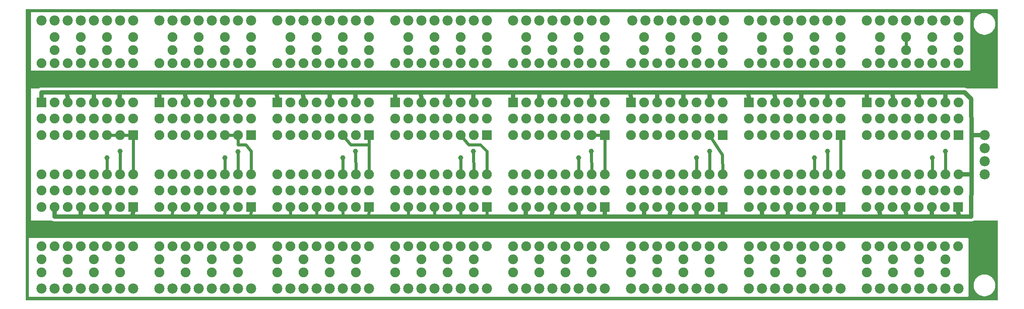
<source format=gtl>
G04 MADE WITH FRITZING*
G04 WWW.FRITZING.ORG*
G04 DOUBLE SIDED*
G04 HOLES PLATED*
G04 CONTOUR ON CENTER OF CONTOUR VECTOR*
%ASAXBY*%
%FSLAX23Y23*%
%MOIN*%
%OFA0B0*%
%SFA1.0B1.0*%
%ADD10C,0.075000*%
%ADD11C,0.039370*%
%ADD12C,0.078000*%
%ADD13R,0.075000X0.075000*%
%ADD14C,0.024000*%
%ADD15C,0.032000*%
%LNCOPPER1*%
G90*
G70*
G54D10*
X7315Y1996D03*
G54D11*
X5257Y1179D03*
X5157Y1129D03*
X6057Y1129D03*
X6157Y1179D03*
X7057Y1179D03*
X6957Y1129D03*
X4356Y1179D03*
X4257Y1129D03*
X757Y1179D03*
X657Y1129D03*
X3456Y1179D03*
X3357Y1129D03*
X1658Y1175D03*
X1557Y1129D03*
X2457Y1129D03*
X2556Y1179D03*
G54D12*
X4457Y2179D03*
X4357Y2179D03*
X4257Y2179D03*
X4157Y2179D03*
X4057Y2179D03*
X3957Y2179D03*
X3857Y2179D03*
X3757Y2179D03*
X5369Y2179D03*
X5269Y2179D03*
X5169Y2179D03*
X5069Y2179D03*
X4969Y2179D03*
X4869Y2179D03*
X4769Y2179D03*
X4669Y2179D03*
X6257Y2179D03*
X6157Y2179D03*
X6057Y2179D03*
X5957Y2179D03*
X5857Y2179D03*
X5757Y2179D03*
X5657Y2179D03*
X5557Y2179D03*
X7157Y2179D03*
X7057Y2179D03*
X6957Y2179D03*
X6857Y2179D03*
X6757Y2179D03*
X6657Y2179D03*
X6557Y2179D03*
X6457Y2179D03*
G54D10*
X857Y1304D03*
X857Y1004D03*
X757Y1304D03*
X757Y1004D03*
X657Y1304D03*
X657Y1004D03*
X557Y1304D03*
X557Y1004D03*
X457Y1304D03*
X457Y1004D03*
X357Y1304D03*
X357Y1004D03*
X257Y1304D03*
X257Y1004D03*
X157Y1304D03*
X157Y1004D03*
X1757Y1304D03*
X1757Y1004D03*
X1657Y1304D03*
X1657Y1004D03*
X1557Y1304D03*
X1557Y1004D03*
X1457Y1304D03*
X1457Y1004D03*
X1357Y1304D03*
X1357Y1004D03*
X1257Y1304D03*
X1257Y1004D03*
X1157Y1304D03*
X1157Y1004D03*
X1057Y1304D03*
X1057Y1004D03*
X2657Y1304D03*
X2657Y1004D03*
X2557Y1304D03*
X2557Y1004D03*
X2457Y1304D03*
X2457Y1004D03*
X2357Y1304D03*
X2357Y1004D03*
X2257Y1304D03*
X2257Y1004D03*
X2157Y1304D03*
X2157Y1004D03*
X2057Y1304D03*
X2057Y1004D03*
X1957Y1304D03*
X1957Y1004D03*
X3557Y1304D03*
X3557Y1004D03*
X3457Y1304D03*
X3457Y1004D03*
X3357Y1304D03*
X3357Y1004D03*
X3257Y1304D03*
X3257Y1004D03*
X3157Y1304D03*
X3157Y1004D03*
X3057Y1304D03*
X3057Y1004D03*
X2957Y1304D03*
X2957Y1004D03*
X2857Y1304D03*
X2857Y1004D03*
X4457Y1304D03*
X4457Y1004D03*
X4357Y1304D03*
X4357Y1004D03*
X4257Y1304D03*
X4257Y1004D03*
X4157Y1304D03*
X4157Y1004D03*
X4057Y1304D03*
X4057Y1004D03*
X3957Y1304D03*
X3957Y1004D03*
X3857Y1304D03*
X3857Y1004D03*
X3757Y1304D03*
X3757Y1004D03*
X5357Y1304D03*
X5357Y1004D03*
X5257Y1304D03*
X5257Y1004D03*
X5157Y1304D03*
X5157Y1004D03*
X5057Y1304D03*
X5057Y1004D03*
X4957Y1304D03*
X4957Y1004D03*
X4857Y1304D03*
X4857Y1004D03*
X4757Y1304D03*
X4757Y1004D03*
X4657Y1304D03*
X4657Y1004D03*
X6257Y1304D03*
X6257Y1004D03*
X6157Y1304D03*
X6157Y1004D03*
X6057Y1304D03*
X6057Y1004D03*
X5957Y1304D03*
X5957Y1004D03*
X5857Y1304D03*
X5857Y1004D03*
X5757Y1304D03*
X5757Y1004D03*
X5657Y1304D03*
X5657Y1004D03*
X5557Y1304D03*
X5557Y1004D03*
X7157Y1304D03*
X7157Y1004D03*
X7057Y1304D03*
X7057Y1004D03*
X6957Y1304D03*
X6957Y1004D03*
X6857Y1304D03*
X6857Y1004D03*
X6757Y1304D03*
X6757Y1004D03*
X6657Y1304D03*
X6657Y1004D03*
X6557Y1304D03*
X6557Y1004D03*
X6457Y1304D03*
X6457Y1004D03*
G54D12*
X7357Y1304D03*
X7357Y1204D03*
X7357Y1104D03*
X7357Y1004D03*
G54D10*
X857Y754D03*
X857Y454D03*
X757Y754D03*
X757Y454D03*
X657Y754D03*
X657Y454D03*
X557Y754D03*
X557Y454D03*
X457Y754D03*
X457Y454D03*
X357Y754D03*
X357Y454D03*
X257Y754D03*
X257Y454D03*
X157Y754D03*
X157Y454D03*
X1757Y754D03*
X1757Y454D03*
X1657Y754D03*
X1657Y454D03*
X1557Y754D03*
X1557Y454D03*
X1457Y754D03*
X1457Y454D03*
X1357Y754D03*
X1357Y454D03*
X1257Y754D03*
X1257Y454D03*
X1157Y754D03*
X1157Y454D03*
X1057Y754D03*
X1057Y454D03*
X2657Y754D03*
X2657Y454D03*
X2557Y754D03*
X2557Y454D03*
X2457Y754D03*
X2457Y454D03*
X2357Y754D03*
X2357Y454D03*
X2257Y754D03*
X2257Y454D03*
X2157Y754D03*
X2157Y454D03*
X2057Y754D03*
X2057Y454D03*
X1957Y754D03*
X1957Y454D03*
X3557Y754D03*
X3557Y454D03*
X3457Y754D03*
X3457Y454D03*
X3357Y754D03*
X3357Y454D03*
X3257Y754D03*
X3257Y454D03*
X3157Y754D03*
X3157Y454D03*
X3057Y754D03*
X3057Y454D03*
X2957Y754D03*
X2957Y454D03*
X2857Y754D03*
X2857Y454D03*
X4457Y754D03*
X4457Y454D03*
X4357Y754D03*
X4357Y454D03*
X4257Y754D03*
X4257Y454D03*
X4157Y754D03*
X4157Y454D03*
X4057Y754D03*
X4057Y454D03*
X3957Y754D03*
X3957Y454D03*
X3857Y754D03*
X3857Y454D03*
X3757Y754D03*
X3757Y454D03*
X5357Y754D03*
X5357Y454D03*
X5257Y754D03*
X5257Y454D03*
X5157Y754D03*
X5157Y454D03*
X5057Y754D03*
X5057Y454D03*
X4957Y754D03*
X4957Y454D03*
X4857Y754D03*
X4857Y454D03*
X4757Y754D03*
X4757Y454D03*
X4657Y754D03*
X4657Y454D03*
X6257Y754D03*
X6257Y454D03*
X6157Y754D03*
X6157Y454D03*
X6057Y754D03*
X6057Y454D03*
X5957Y754D03*
X5957Y454D03*
X5857Y754D03*
X5857Y454D03*
X5757Y754D03*
X5757Y454D03*
X5657Y754D03*
X5657Y454D03*
X5557Y754D03*
X5557Y454D03*
X7156Y753D03*
X7156Y453D03*
X7056Y753D03*
X7056Y453D03*
X6956Y753D03*
X6956Y453D03*
X6856Y753D03*
X6856Y453D03*
X6756Y753D03*
X6756Y453D03*
X6656Y753D03*
X6656Y453D03*
X6556Y753D03*
X6556Y453D03*
X6456Y753D03*
X6456Y453D03*
X157Y1554D03*
X157Y1854D03*
X257Y1554D03*
X257Y1854D03*
X357Y1554D03*
X357Y1854D03*
X457Y1554D03*
X457Y1854D03*
X557Y1554D03*
X557Y1854D03*
X657Y1554D03*
X657Y1854D03*
X757Y1554D03*
X757Y1854D03*
X857Y1554D03*
X857Y1854D03*
X1057Y1554D03*
X1057Y1854D03*
X1157Y1554D03*
X1157Y1854D03*
X1257Y1554D03*
X1257Y1854D03*
X1357Y1554D03*
X1357Y1854D03*
X1457Y1554D03*
X1457Y1854D03*
X1557Y1554D03*
X1557Y1854D03*
X1657Y1554D03*
X1657Y1854D03*
X1757Y1554D03*
X1757Y1854D03*
X1957Y1554D03*
X1957Y1854D03*
X2057Y1554D03*
X2057Y1854D03*
X2157Y1554D03*
X2157Y1854D03*
X2257Y1554D03*
X2257Y1854D03*
X2357Y1554D03*
X2357Y1854D03*
X2457Y1554D03*
X2457Y1854D03*
X2557Y1554D03*
X2557Y1854D03*
X2657Y1554D03*
X2657Y1854D03*
X2857Y1554D03*
X2857Y1854D03*
X2957Y1554D03*
X2957Y1854D03*
X3057Y1554D03*
X3057Y1854D03*
X3157Y1554D03*
X3157Y1854D03*
X3257Y1554D03*
X3257Y1854D03*
X3357Y1554D03*
X3357Y1854D03*
X3457Y1554D03*
X3457Y1854D03*
X3557Y1554D03*
X3557Y1854D03*
X3757Y1554D03*
X3757Y1854D03*
X3857Y1554D03*
X3857Y1854D03*
X3957Y1554D03*
X3957Y1854D03*
X4057Y1554D03*
X4057Y1854D03*
X4157Y1554D03*
X4157Y1854D03*
X4257Y1554D03*
X4257Y1854D03*
X4357Y1554D03*
X4357Y1854D03*
X4457Y1554D03*
X4457Y1854D03*
X5557Y1553D03*
X5557Y1853D03*
X5657Y1553D03*
X5657Y1853D03*
X5757Y1553D03*
X5757Y1853D03*
X5857Y1553D03*
X5857Y1853D03*
X5957Y1553D03*
X5957Y1853D03*
X6057Y1553D03*
X6057Y1853D03*
X6157Y1553D03*
X6157Y1853D03*
X6257Y1553D03*
X6257Y1853D03*
X4657Y1554D03*
X4657Y1854D03*
X4757Y1554D03*
X4757Y1854D03*
X4857Y1554D03*
X4857Y1854D03*
X4957Y1554D03*
X4957Y1854D03*
X5057Y1554D03*
X5057Y1854D03*
X5157Y1554D03*
X5157Y1854D03*
X5257Y1554D03*
X5257Y1854D03*
X5357Y1554D03*
X5357Y1854D03*
X6457Y1553D03*
X6457Y1853D03*
X6557Y1553D03*
X6557Y1853D03*
X6657Y1553D03*
X6657Y1853D03*
X6757Y1553D03*
X6757Y1853D03*
X6857Y1553D03*
X6857Y1853D03*
X6957Y1553D03*
X6957Y1853D03*
X7057Y1553D03*
X7057Y1853D03*
X7157Y1553D03*
X7157Y1853D03*
X7157Y1954D03*
X7157Y2054D03*
X6757Y2054D03*
X6757Y1954D03*
X5357Y2054D03*
X5357Y1954D03*
X6257Y2054D03*
X6257Y1954D03*
X5157Y2054D03*
X5157Y1954D03*
X6057Y2054D03*
X6057Y1954D03*
X4957Y2054D03*
X4957Y1954D03*
X5857Y2054D03*
X5857Y1954D03*
X4757Y2054D03*
X4757Y1954D03*
X5657Y2054D03*
X5657Y1954D03*
X7057Y879D03*
X7157Y879D03*
X6869Y879D03*
X6969Y879D03*
X6657Y879D03*
X6757Y879D03*
X3757Y879D03*
X3857Y879D03*
X4657Y879D03*
X4757Y879D03*
X5557Y879D03*
X5657Y879D03*
X3957Y879D03*
X4057Y879D03*
X4857Y879D03*
X4957Y879D03*
X5757Y879D03*
X5857Y879D03*
X4157Y879D03*
X4257Y879D03*
X5057Y879D03*
X5157Y879D03*
X5957Y879D03*
X6057Y879D03*
X4357Y879D03*
X4457Y879D03*
X5257Y879D03*
X5357Y879D03*
X6157Y879D03*
X6257Y879D03*
X6457Y879D03*
X6557Y879D03*
X7057Y1429D03*
X7157Y1429D03*
X6657Y1429D03*
X6757Y1429D03*
X6957Y1429D03*
X6857Y1429D03*
X4357Y1429D03*
X4457Y1429D03*
X5257Y1429D03*
X5357Y1429D03*
X6157Y1429D03*
X6257Y1429D03*
X4257Y1429D03*
X4157Y1429D03*
X5157Y1429D03*
X5057Y1429D03*
X6057Y1429D03*
X5957Y1429D03*
X3957Y1429D03*
X4057Y1429D03*
X4857Y1429D03*
X4957Y1429D03*
X5757Y1429D03*
X5857Y1429D03*
X3857Y1429D03*
X3757Y1429D03*
X4757Y1429D03*
X4657Y1429D03*
X5657Y1429D03*
X5557Y1429D03*
X6557Y1429D03*
X6457Y1429D03*
X7057Y354D03*
X7057Y254D03*
X6857Y354D03*
X6857Y254D03*
X6657Y354D03*
X6657Y254D03*
X4357Y354D03*
X4357Y254D03*
X5257Y354D03*
X5257Y254D03*
X6157Y354D03*
X6157Y254D03*
X4157Y354D03*
X4157Y254D03*
X5057Y354D03*
X5057Y254D03*
X5957Y354D03*
X5957Y254D03*
X3957Y354D03*
X3957Y254D03*
X4857Y354D03*
X4857Y254D03*
X5757Y354D03*
X5757Y254D03*
X3757Y354D03*
X3757Y254D03*
X4657Y354D03*
X4657Y254D03*
X5557Y354D03*
X5557Y254D03*
X6457Y354D03*
X6457Y254D03*
X4457Y2054D03*
X4457Y1954D03*
X4257Y2054D03*
X4257Y1954D03*
X3857Y2054D03*
X3857Y1954D03*
X4057Y2054D03*
X4057Y1954D03*
G54D12*
X3757Y129D03*
X3857Y129D03*
X3957Y129D03*
X4057Y129D03*
X4157Y129D03*
X4257Y129D03*
X4357Y129D03*
X4457Y129D03*
X6457Y129D03*
X6557Y129D03*
X6657Y129D03*
X6757Y129D03*
X6857Y129D03*
X6957Y129D03*
X7057Y129D03*
X7157Y129D03*
X5557Y129D03*
X5657Y129D03*
X5757Y129D03*
X5857Y129D03*
X5957Y129D03*
X6057Y129D03*
X6157Y129D03*
X6257Y129D03*
X4657Y129D03*
X4757Y129D03*
X4857Y129D03*
X4957Y129D03*
X5057Y129D03*
X5157Y129D03*
X5257Y129D03*
X5357Y129D03*
G54D10*
X6957Y1954D03*
X6957Y2054D03*
X6557Y2054D03*
X6557Y1954D03*
G54D12*
X3557Y2179D03*
X3457Y2179D03*
X3357Y2179D03*
X3257Y2179D03*
X3157Y2179D03*
X3057Y2179D03*
X2957Y2179D03*
X2857Y2179D03*
X2657Y2179D03*
X2557Y2179D03*
X2457Y2179D03*
X2357Y2179D03*
X2257Y2179D03*
X2157Y2179D03*
X2057Y2179D03*
X1957Y2179D03*
X1757Y2179D03*
X1657Y2179D03*
X1557Y2179D03*
X1457Y2179D03*
X1357Y2179D03*
X1257Y2179D03*
X1157Y2179D03*
X1057Y2179D03*
X857Y2179D03*
X757Y2179D03*
X657Y2179D03*
X557Y2179D03*
X457Y2179D03*
X357Y2179D03*
X257Y2179D03*
X157Y2179D03*
G54D10*
X3557Y2054D03*
X3557Y1954D03*
X3357Y2054D03*
X3357Y1954D03*
X3157Y2054D03*
X3157Y1954D03*
X2957Y2054D03*
X2957Y1954D03*
X2057Y2054D03*
X2057Y1954D03*
X2457Y2054D03*
X2457Y1954D03*
X2257Y2054D03*
X2257Y1954D03*
X2657Y2054D03*
X2657Y1954D03*
X1157Y2054D03*
X1157Y1954D03*
X1557Y2054D03*
X1557Y1954D03*
X1357Y2054D03*
X1357Y1954D03*
X1757Y2054D03*
X1757Y1954D03*
X257Y2054D03*
X257Y1954D03*
X657Y2054D03*
X657Y1954D03*
X457Y2054D03*
X457Y1954D03*
X857Y2054D03*
X857Y1954D03*
X3457Y1429D03*
X3557Y1429D03*
X3357Y1429D03*
X3257Y1429D03*
X3057Y1429D03*
X3157Y1429D03*
X2957Y1429D03*
X2857Y1429D03*
X2557Y1429D03*
X2657Y1429D03*
X2457Y1429D03*
X2357Y1429D03*
X2157Y1429D03*
X2257Y1429D03*
X2057Y1429D03*
X1957Y1429D03*
X1657Y1429D03*
X1757Y1429D03*
X1557Y1429D03*
X1457Y1429D03*
X1257Y1429D03*
X1357Y1429D03*
X1157Y1429D03*
X1057Y1429D03*
X757Y1429D03*
X857Y1429D03*
X657Y1429D03*
X557Y1429D03*
X357Y1429D03*
X457Y1429D03*
X257Y1429D03*
X157Y1429D03*
X2857Y879D03*
X2957Y879D03*
X3057Y879D03*
X3157Y879D03*
X3257Y879D03*
X3357Y879D03*
X3457Y879D03*
X3557Y879D03*
X1957Y879D03*
X2057Y879D03*
X2157Y879D03*
X2257Y879D03*
X2357Y879D03*
X2457Y879D03*
X2557Y879D03*
X2657Y879D03*
X1057Y879D03*
X1157Y879D03*
X1257Y879D03*
X1357Y879D03*
X1457Y879D03*
X1557Y879D03*
X1657Y879D03*
X1757Y879D03*
X157Y879D03*
X257Y879D03*
X357Y879D03*
X457Y879D03*
X557Y879D03*
X657Y879D03*
X757Y879D03*
X857Y879D03*
G54D12*
X2857Y129D03*
X2957Y129D03*
X3057Y129D03*
X3157Y129D03*
X3257Y129D03*
X3357Y129D03*
X3457Y129D03*
X3557Y129D03*
X1957Y129D03*
X2057Y129D03*
X2157Y129D03*
X2257Y129D03*
X2357Y129D03*
X2457Y129D03*
X2557Y129D03*
X2657Y129D03*
X1057Y129D03*
X1157Y129D03*
X1257Y129D03*
X1357Y129D03*
X1457Y129D03*
X1557Y129D03*
X1657Y129D03*
X1757Y129D03*
X157Y129D03*
X257Y129D03*
X357Y129D03*
X457Y129D03*
X557Y129D03*
X657Y129D03*
X757Y129D03*
X857Y129D03*
G54D10*
X3457Y354D03*
X3457Y254D03*
X3257Y354D03*
X3257Y254D03*
X3057Y354D03*
X3057Y254D03*
X2857Y354D03*
X2857Y254D03*
X2557Y354D03*
X2557Y254D03*
X2357Y354D03*
X2357Y254D03*
X2157Y354D03*
X2157Y254D03*
X1957Y354D03*
X1957Y254D03*
X1657Y354D03*
X1657Y254D03*
X1457Y354D03*
X1457Y254D03*
X1257Y354D03*
X1257Y254D03*
X1057Y354D03*
X1057Y254D03*
X757Y354D03*
X757Y254D03*
X557Y354D03*
X557Y254D03*
X357Y354D03*
X357Y254D03*
X157Y354D03*
X157Y254D03*
G54D13*
X857Y1304D03*
X1757Y1304D03*
X2657Y1304D03*
X3557Y1304D03*
X4457Y1304D03*
X5357Y1304D03*
X6257Y1304D03*
X7157Y1304D03*
X857Y754D03*
X1757Y754D03*
X2657Y754D03*
X3557Y754D03*
X4457Y754D03*
X5357Y754D03*
X6257Y754D03*
X7156Y753D03*
X157Y1554D03*
X1057Y1554D03*
X1957Y1554D03*
X2857Y1554D03*
X3757Y1554D03*
X5557Y1553D03*
X4657Y1554D03*
X6457Y1553D03*
G54D14*
X6057Y1121D02*
X6057Y1021D01*
D02*
X5157Y1121D02*
X5157Y1021D01*
D02*
X5257Y1171D02*
X5257Y1021D01*
D02*
X4439Y1304D02*
X4374Y1304D01*
D02*
X4457Y1021D02*
X4457Y1286D01*
D02*
X5356Y1154D02*
X5266Y1289D01*
D02*
X5357Y1021D02*
X5356Y1154D01*
D02*
X6257Y1021D02*
X6257Y1286D01*
D02*
X6957Y1021D02*
X6957Y1121D01*
D02*
X6157Y1021D02*
X6157Y1171D01*
D02*
X4357Y1021D02*
X4356Y1171D01*
D02*
X7057Y1021D02*
X7057Y1171D01*
D02*
X4257Y1021D02*
X4257Y1121D01*
G54D15*
D02*
X7256Y1578D02*
X7257Y1303D01*
D02*
X7257Y1303D02*
X7338Y1304D01*
D02*
X7257Y1004D02*
X7257Y1303D01*
D02*
X7257Y1004D02*
X7174Y1004D01*
D02*
X7206Y1628D02*
X7256Y1578D01*
D02*
X7057Y1628D02*
X7206Y1628D01*
D02*
X7057Y1628D02*
X7057Y1570D01*
D02*
X6856Y1628D02*
X7057Y1628D01*
D02*
X6856Y1628D02*
X6857Y1570D01*
D02*
X6656Y1628D02*
X6856Y1628D01*
D02*
X6656Y1628D02*
X6657Y1570D01*
D02*
X6457Y1628D02*
X6656Y1628D01*
D02*
X6457Y1628D02*
X6457Y1570D01*
D02*
X6157Y1628D02*
X6457Y1628D01*
D02*
X6157Y1571D02*
X6157Y1628D01*
D02*
X6157Y1628D02*
X5957Y1628D01*
D02*
X5957Y1571D02*
X5957Y1628D01*
D02*
X5957Y1628D02*
X5756Y1628D01*
D02*
X5757Y1571D02*
X5756Y1628D01*
D02*
X5756Y1628D02*
X5556Y1628D01*
D02*
X5556Y1628D02*
X5257Y1628D01*
D02*
X5257Y1628D02*
X5057Y1628D01*
D02*
X5057Y1628D02*
X4857Y1628D01*
D02*
X4857Y1628D02*
X4656Y1628D01*
D02*
X5557Y1571D02*
X5556Y1628D01*
D02*
X5257Y1571D02*
X5257Y1628D01*
D02*
X5057Y1571D02*
X5057Y1628D01*
D02*
X4656Y1628D02*
X4357Y1628D01*
D02*
X3957Y1628D02*
X4157Y1628D01*
D02*
X3757Y1571D02*
X3757Y1630D01*
D02*
X3757Y1630D02*
X3957Y1628D01*
D02*
X4857Y1571D02*
X4857Y1628D01*
D02*
X3957Y1571D02*
X3957Y1628D01*
D02*
X4157Y1571D02*
X4157Y1628D01*
D02*
X4157Y1628D02*
X4357Y1628D01*
D02*
X4657Y1571D02*
X4656Y1628D01*
D02*
X4357Y1628D02*
X4357Y1571D01*
D02*
X7157Y678D02*
X7256Y678D01*
D02*
X6956Y678D02*
X6956Y736D01*
D02*
X6757Y678D02*
X6956Y678D01*
D02*
X6757Y678D02*
X6557Y678D01*
D02*
X7157Y678D02*
X7156Y736D01*
D02*
X6956Y678D02*
X7157Y678D01*
D02*
X6557Y678D02*
X6556Y736D01*
D02*
X7256Y678D02*
X7257Y1004D01*
D02*
X6257Y678D02*
X6056Y678D01*
D02*
X5657Y678D02*
X5357Y678D01*
D02*
X5856Y678D02*
X5657Y678D01*
D02*
X6056Y678D02*
X5856Y678D01*
D02*
X6257Y678D02*
X6257Y736D01*
D02*
X5657Y678D02*
X5657Y736D01*
D02*
X6557Y678D02*
X6257Y678D01*
D02*
X6056Y678D02*
X6057Y736D01*
D02*
X5856Y678D02*
X5856Y736D01*
D02*
X6756Y736D02*
X6757Y678D01*
D02*
X4257Y678D02*
X4056Y678D01*
D02*
X4457Y678D02*
X4257Y678D01*
D02*
X4757Y678D02*
X4457Y678D01*
D02*
X4956Y678D02*
X4757Y678D01*
D02*
X4757Y678D02*
X4757Y736D01*
D02*
X5357Y678D02*
X5357Y736D01*
D02*
X5157Y678D02*
X4956Y678D01*
D02*
X5357Y678D02*
X5157Y678D01*
D02*
X4956Y678D02*
X4957Y736D01*
D02*
X5157Y678D02*
X5157Y736D01*
D02*
X4457Y678D02*
X4457Y736D01*
D02*
X4257Y678D02*
X4257Y736D01*
D02*
X4056Y678D02*
X4057Y736D01*
D02*
X4056Y678D02*
X3854Y679D01*
D02*
X3854Y679D02*
X3856Y736D01*
G54D14*
D02*
X739Y1304D02*
X674Y1304D01*
D02*
X2657Y1228D02*
X2657Y1286D01*
D02*
X2518Y1228D02*
X2657Y1228D01*
D02*
X2657Y1228D02*
X2657Y1021D01*
D02*
X2468Y1290D02*
X2518Y1228D01*
D02*
X3507Y1228D02*
X3419Y1228D01*
D02*
X3419Y1228D02*
X3368Y1290D01*
D02*
X3557Y1179D02*
X3507Y1228D01*
D02*
X3557Y1021D02*
X3557Y1179D01*
D02*
X3357Y1121D02*
X3357Y1021D01*
D02*
X3456Y1171D02*
X3457Y1021D01*
D02*
X657Y1121D02*
X657Y1021D01*
D02*
X757Y1171D02*
X757Y1021D01*
D02*
X1720Y1229D02*
X1657Y1229D01*
D02*
X1657Y1229D02*
X1657Y1286D01*
D02*
X1639Y1304D02*
X1574Y1304D01*
D02*
X1757Y1179D02*
X1720Y1229D01*
D02*
X1757Y1021D02*
X1757Y1179D01*
D02*
X1658Y1167D02*
X1657Y1021D01*
D02*
X1557Y1121D02*
X1557Y1021D01*
D02*
X857Y1021D02*
X857Y1286D01*
D02*
X839Y1304D02*
X774Y1304D01*
D02*
X2457Y1121D02*
X2457Y1021D01*
D02*
X2556Y1171D02*
X2557Y1021D01*
G54D15*
D02*
X457Y679D02*
X457Y736D01*
D02*
X657Y679D02*
X657Y736D01*
D02*
X856Y679D02*
X857Y736D01*
D02*
X856Y679D02*
X657Y679D01*
D02*
X657Y679D02*
X457Y679D01*
D02*
X457Y679D02*
X257Y679D01*
D02*
X257Y679D02*
X257Y736D01*
D02*
X2457Y679D02*
X2257Y679D01*
D02*
X2257Y679D02*
X2057Y679D01*
D02*
X2656Y679D02*
X2457Y679D01*
D02*
X3157Y679D02*
X2957Y679D01*
D02*
X3357Y679D02*
X3157Y679D01*
D02*
X2957Y679D02*
X2656Y679D01*
D02*
X1356Y679D02*
X1156Y679D01*
D02*
X3854Y679D02*
X3557Y679D01*
D02*
X2057Y679D02*
X1756Y679D01*
D02*
X1156Y679D02*
X856Y679D01*
D02*
X1556Y679D02*
X1356Y679D01*
D02*
X1756Y679D02*
X1556Y679D01*
D02*
X3557Y679D02*
X3357Y679D01*
G54D14*
D02*
X6757Y2036D02*
X6757Y1971D01*
G54D15*
D02*
X1956Y1629D02*
X1656Y1630D01*
D02*
X2156Y1630D02*
X1956Y1629D01*
D02*
X1656Y1630D02*
X1457Y1630D01*
D02*
X2556Y1630D02*
X2357Y1630D01*
D02*
X2857Y1630D02*
X2556Y1630D01*
D02*
X3456Y1630D02*
X3257Y1630D01*
D02*
X3056Y1630D02*
X2857Y1630D01*
D02*
X3257Y1630D02*
X3056Y1630D01*
D02*
X2357Y1630D02*
X2156Y1630D01*
D02*
X557Y1630D02*
X356Y1630D01*
D02*
X356Y1630D02*
X157Y1630D01*
D02*
X3757Y1630D02*
X3456Y1630D01*
D02*
X1457Y1630D02*
X1256Y1630D01*
D02*
X157Y1630D02*
X157Y1571D01*
D02*
X1057Y1630D02*
X756Y1630D01*
D02*
X1256Y1630D02*
X1057Y1630D01*
D02*
X756Y1630D02*
X557Y1630D01*
D02*
X356Y1630D02*
X357Y1571D01*
D02*
X557Y1630D02*
X557Y1571D01*
D02*
X756Y1630D02*
X756Y1571D01*
D02*
X1057Y1630D02*
X1057Y1571D01*
D02*
X1656Y1630D02*
X1656Y1571D01*
D02*
X1457Y1630D02*
X1457Y1571D01*
D02*
X1256Y1630D02*
X1257Y1571D01*
D02*
X3456Y1630D02*
X3456Y1571D01*
D02*
X3257Y1630D02*
X3257Y1571D01*
D02*
X3056Y1630D02*
X3057Y1571D01*
D02*
X2857Y1630D02*
X2857Y1571D01*
D02*
X2556Y1630D02*
X2556Y1571D01*
D02*
X2357Y1630D02*
X2357Y1571D01*
D02*
X2156Y1630D02*
X2157Y1571D01*
D02*
X1956Y1629D02*
X1957Y1571D01*
G54D14*
D02*
X1756Y679D02*
X1757Y736D01*
D02*
X1556Y679D02*
X1557Y736D01*
D02*
X1356Y679D02*
X1357Y736D01*
D02*
X1156Y679D02*
X1157Y736D01*
D02*
X2057Y679D02*
X2057Y736D01*
D02*
X2257Y679D02*
X2257Y736D01*
D02*
X2457Y679D02*
X2457Y736D01*
D02*
X2656Y679D02*
X2657Y736D01*
D02*
X3557Y679D02*
X3557Y736D01*
D02*
X3357Y679D02*
X3357Y736D01*
D02*
X3157Y679D02*
X3157Y736D01*
D02*
X2957Y679D02*
X2957Y736D01*
G36*
X40Y2267D02*
X40Y2243D01*
X7248Y2243D01*
X7248Y2241D01*
X7250Y2241D01*
X7250Y2237D01*
X7366Y2237D01*
X7366Y2235D01*
X7376Y2235D01*
X7376Y2233D01*
X7384Y2233D01*
X7384Y2231D01*
X7390Y2231D01*
X7390Y2229D01*
X7394Y2229D01*
X7394Y2227D01*
X7398Y2227D01*
X7398Y2225D01*
X7400Y2225D01*
X7400Y2223D01*
X7404Y2223D01*
X7404Y2221D01*
X7406Y2221D01*
X7406Y2219D01*
X7408Y2219D01*
X7408Y2217D01*
X7412Y2217D01*
X7412Y2215D01*
X7414Y2215D01*
X7414Y2213D01*
X7416Y2213D01*
X7416Y2211D01*
X7418Y2211D01*
X7418Y2209D01*
X7420Y2209D01*
X7420Y2205D01*
X7422Y2205D01*
X7422Y2203D01*
X7424Y2203D01*
X7424Y2201D01*
X7426Y2201D01*
X7426Y2197D01*
X7428Y2197D01*
X7428Y2195D01*
X7430Y2195D01*
X7430Y2191D01*
X7432Y2191D01*
X7432Y2187D01*
X7434Y2187D01*
X7434Y2181D01*
X7436Y2181D01*
X7436Y2173D01*
X7438Y2173D01*
X7438Y2163D01*
X7440Y2163D01*
X7440Y2145D01*
X7438Y2145D01*
X7438Y2133D01*
X7436Y2133D01*
X7436Y2127D01*
X7434Y2127D01*
X7434Y2121D01*
X7432Y2121D01*
X7432Y2117D01*
X7430Y2117D01*
X7430Y2113D01*
X7428Y2113D01*
X7428Y2111D01*
X7426Y2111D01*
X7426Y2107D01*
X7424Y2107D01*
X7424Y2105D01*
X7422Y2105D01*
X7422Y2101D01*
X7420Y2101D01*
X7420Y2099D01*
X7418Y2099D01*
X7418Y2097D01*
X7416Y2097D01*
X7416Y2095D01*
X7414Y2095D01*
X7414Y2093D01*
X7412Y2093D01*
X7412Y2091D01*
X7410Y2091D01*
X7410Y2089D01*
X7408Y2089D01*
X7408Y2087D01*
X7404Y2087D01*
X7404Y2085D01*
X7402Y2085D01*
X7402Y2083D01*
X7398Y2083D01*
X7398Y2081D01*
X7394Y2081D01*
X7394Y2079D01*
X7390Y2079D01*
X7390Y2077D01*
X7386Y2077D01*
X7386Y2075D01*
X7380Y2075D01*
X7380Y2073D01*
X7370Y2073D01*
X7370Y2071D01*
X7460Y2071D01*
X7460Y2267D01*
X40Y2267D01*
G37*
D02*
G36*
X40Y2243D02*
X40Y1795D01*
X78Y1795D01*
X78Y2243D01*
X40Y2243D01*
G37*
D02*
G36*
X7250Y2237D02*
X7250Y2071D01*
X7344Y2071D01*
X7344Y2073D01*
X7334Y2073D01*
X7334Y2075D01*
X7328Y2075D01*
X7328Y2077D01*
X7322Y2077D01*
X7322Y2079D01*
X7318Y2079D01*
X7318Y2081D01*
X7316Y2081D01*
X7316Y2083D01*
X7312Y2083D01*
X7312Y2085D01*
X7308Y2085D01*
X7308Y2087D01*
X7306Y2087D01*
X7306Y2089D01*
X7304Y2089D01*
X7304Y2091D01*
X7302Y2091D01*
X7302Y2093D01*
X7300Y2093D01*
X7300Y2095D01*
X7298Y2095D01*
X7298Y2097D01*
X7296Y2097D01*
X7296Y2099D01*
X7294Y2099D01*
X7294Y2101D01*
X7292Y2101D01*
X7292Y2103D01*
X7290Y2103D01*
X7290Y2105D01*
X7288Y2105D01*
X7288Y2109D01*
X7286Y2109D01*
X7286Y2113D01*
X7284Y2113D01*
X7284Y2115D01*
X7282Y2115D01*
X7282Y2119D01*
X7280Y2119D01*
X7280Y2125D01*
X7278Y2125D01*
X7278Y2131D01*
X7276Y2131D01*
X7276Y2139D01*
X7274Y2139D01*
X7274Y2167D01*
X7276Y2167D01*
X7276Y2177D01*
X7278Y2177D01*
X7278Y2183D01*
X7280Y2183D01*
X7280Y2187D01*
X7282Y2187D01*
X7282Y2191D01*
X7284Y2191D01*
X7284Y2195D01*
X7286Y2195D01*
X7286Y2199D01*
X7288Y2199D01*
X7288Y2201D01*
X7290Y2201D01*
X7290Y2205D01*
X7292Y2205D01*
X7292Y2207D01*
X7294Y2207D01*
X7294Y2209D01*
X7296Y2209D01*
X7296Y2211D01*
X7298Y2211D01*
X7298Y2213D01*
X7300Y2213D01*
X7300Y2215D01*
X7302Y2215D01*
X7302Y2217D01*
X7304Y2217D01*
X7304Y2219D01*
X7306Y2219D01*
X7306Y2221D01*
X7310Y2221D01*
X7310Y2223D01*
X7312Y2223D01*
X7312Y2225D01*
X7316Y2225D01*
X7316Y2227D01*
X7320Y2227D01*
X7320Y2229D01*
X7324Y2229D01*
X7324Y2231D01*
X7330Y2231D01*
X7330Y2233D01*
X7336Y2233D01*
X7336Y2235D01*
X7346Y2235D01*
X7346Y2237D01*
X7250Y2237D01*
G37*
D02*
G36*
X7250Y2071D02*
X7250Y2069D01*
X7460Y2069D01*
X7460Y2071D01*
X7250Y2071D01*
G37*
D02*
G36*
X7250Y2071D02*
X7250Y2069D01*
X7460Y2069D01*
X7460Y2071D01*
X7250Y2071D01*
G37*
D02*
G36*
X7250Y2069D02*
X7250Y1797D01*
X7248Y1797D01*
X7248Y1795D01*
X7460Y1795D01*
X7460Y2069D01*
X7250Y2069D01*
G37*
D02*
G36*
X40Y1795D02*
X40Y1793D01*
X7460Y1793D01*
X7460Y1795D01*
X40Y1795D01*
G37*
D02*
G36*
X40Y1795D02*
X40Y1793D01*
X7460Y1793D01*
X7460Y1795D01*
X40Y1795D01*
G37*
D02*
G36*
X40Y1793D02*
X40Y1665D01*
X7210Y1665D01*
X7210Y1663D01*
X7218Y1663D01*
X7218Y1661D01*
X7460Y1661D01*
X7460Y1793D01*
X40Y1793D01*
G37*
D02*
G36*
X40Y1665D02*
X40Y643D01*
X248Y643D01*
X248Y645D01*
X242Y645D01*
X242Y647D01*
X238Y647D01*
X238Y649D01*
X236Y649D01*
X236Y651D01*
X80Y651D01*
X80Y1661D01*
X142Y1661D01*
X142Y1663D01*
X146Y1663D01*
X146Y1665D01*
X40Y1665D01*
G37*
D02*
G36*
X7278Y651D02*
X7278Y649D01*
X7276Y649D01*
X7276Y647D01*
X7272Y647D01*
X7272Y645D01*
X7266Y645D01*
X7266Y643D01*
X7460Y643D01*
X7460Y651D01*
X7278Y651D01*
G37*
D02*
G36*
X40Y643D02*
X40Y641D01*
X7460Y641D01*
X7460Y643D01*
X40Y643D01*
G37*
D02*
G36*
X40Y643D02*
X40Y641D01*
X7460Y641D01*
X7460Y643D01*
X40Y643D01*
G37*
D02*
G36*
X40Y641D02*
X40Y515D01*
X7232Y515D01*
X7232Y513D01*
X7234Y513D01*
X7234Y237D01*
X7366Y237D01*
X7366Y235D01*
X7378Y235D01*
X7378Y233D01*
X7384Y233D01*
X7384Y231D01*
X7390Y231D01*
X7390Y229D01*
X7394Y229D01*
X7394Y227D01*
X7398Y227D01*
X7398Y225D01*
X7400Y225D01*
X7400Y223D01*
X7404Y223D01*
X7404Y221D01*
X7406Y221D01*
X7406Y219D01*
X7408Y219D01*
X7408Y217D01*
X7412Y217D01*
X7412Y215D01*
X7414Y215D01*
X7414Y213D01*
X7416Y213D01*
X7416Y211D01*
X7418Y211D01*
X7418Y209D01*
X7420Y209D01*
X7420Y205D01*
X7422Y205D01*
X7422Y203D01*
X7424Y203D01*
X7424Y201D01*
X7426Y201D01*
X7426Y197D01*
X7428Y197D01*
X7428Y195D01*
X7430Y195D01*
X7430Y191D01*
X7432Y191D01*
X7432Y187D01*
X7434Y187D01*
X7434Y181D01*
X7436Y181D01*
X7436Y173D01*
X7438Y173D01*
X7438Y163D01*
X7440Y163D01*
X7440Y145D01*
X7438Y145D01*
X7438Y133D01*
X7436Y133D01*
X7436Y127D01*
X7434Y127D01*
X7434Y121D01*
X7432Y121D01*
X7432Y117D01*
X7430Y117D01*
X7430Y113D01*
X7428Y113D01*
X7428Y111D01*
X7426Y111D01*
X7426Y107D01*
X7424Y107D01*
X7424Y105D01*
X7422Y105D01*
X7422Y101D01*
X7420Y101D01*
X7420Y99D01*
X7418Y99D01*
X7418Y97D01*
X7416Y97D01*
X7416Y95D01*
X7414Y95D01*
X7414Y93D01*
X7412Y93D01*
X7412Y91D01*
X7410Y91D01*
X7410Y89D01*
X7408Y89D01*
X7408Y87D01*
X7404Y87D01*
X7404Y85D01*
X7402Y85D01*
X7402Y83D01*
X7398Y83D01*
X7398Y81D01*
X7394Y81D01*
X7394Y79D01*
X7390Y79D01*
X7390Y77D01*
X7386Y77D01*
X7386Y75D01*
X7380Y75D01*
X7380Y73D01*
X7370Y73D01*
X7370Y71D01*
X7460Y71D01*
X7460Y641D01*
X40Y641D01*
G37*
D02*
G36*
X40Y515D02*
X40Y67D01*
X62Y67D01*
X62Y515D01*
X40Y515D01*
G37*
D02*
G36*
X7234Y237D02*
X7234Y71D01*
X7344Y71D01*
X7344Y73D01*
X7334Y73D01*
X7334Y75D01*
X7328Y75D01*
X7328Y77D01*
X7322Y77D01*
X7322Y79D01*
X7318Y79D01*
X7318Y81D01*
X7316Y81D01*
X7316Y83D01*
X7312Y83D01*
X7312Y85D01*
X7308Y85D01*
X7308Y87D01*
X7306Y87D01*
X7306Y89D01*
X7304Y89D01*
X7304Y91D01*
X7302Y91D01*
X7302Y93D01*
X7300Y93D01*
X7300Y95D01*
X7298Y95D01*
X7298Y97D01*
X7296Y97D01*
X7296Y99D01*
X7294Y99D01*
X7294Y101D01*
X7292Y101D01*
X7292Y103D01*
X7290Y103D01*
X7290Y105D01*
X7288Y105D01*
X7288Y109D01*
X7286Y109D01*
X7286Y113D01*
X7284Y113D01*
X7284Y115D01*
X7282Y115D01*
X7282Y119D01*
X7280Y119D01*
X7280Y125D01*
X7278Y125D01*
X7278Y131D01*
X7276Y131D01*
X7276Y139D01*
X7274Y139D01*
X7274Y167D01*
X7276Y167D01*
X7276Y177D01*
X7278Y177D01*
X7278Y183D01*
X7280Y183D01*
X7280Y187D01*
X7282Y187D01*
X7282Y191D01*
X7284Y191D01*
X7284Y195D01*
X7286Y195D01*
X7286Y199D01*
X7288Y199D01*
X7288Y201D01*
X7290Y201D01*
X7290Y205D01*
X7292Y205D01*
X7292Y207D01*
X7294Y207D01*
X7294Y209D01*
X7296Y209D01*
X7296Y211D01*
X7298Y211D01*
X7298Y213D01*
X7300Y213D01*
X7300Y215D01*
X7302Y215D01*
X7302Y217D01*
X7304Y217D01*
X7304Y219D01*
X7306Y219D01*
X7306Y221D01*
X7310Y221D01*
X7310Y223D01*
X7312Y223D01*
X7312Y225D01*
X7316Y225D01*
X7316Y227D01*
X7320Y227D01*
X7320Y229D01*
X7324Y229D01*
X7324Y231D01*
X7330Y231D01*
X7330Y233D01*
X7336Y233D01*
X7336Y235D01*
X7346Y235D01*
X7346Y237D01*
X7234Y237D01*
G37*
D02*
G36*
X7234Y71D02*
X7234Y69D01*
X7460Y69D01*
X7460Y71D01*
X7234Y71D01*
G37*
D02*
G36*
X7234Y71D02*
X7234Y69D01*
X7460Y69D01*
X7460Y71D01*
X7234Y71D01*
G37*
D02*
G36*
X7232Y69D02*
X7232Y67D01*
X7460Y67D01*
X7460Y69D01*
X7232Y69D01*
G37*
D02*
G36*
X40Y67D02*
X40Y65D01*
X7460Y65D01*
X7460Y67D01*
X40Y67D01*
G37*
D02*
G36*
X40Y67D02*
X40Y65D01*
X7460Y65D01*
X7460Y67D01*
X40Y67D01*
G37*
D02*
G36*
X40Y65D02*
X40Y41D01*
X7460Y41D01*
X7460Y65D01*
X40Y65D01*
G37*
D02*
G04 End of Copper1*
M02*
</source>
